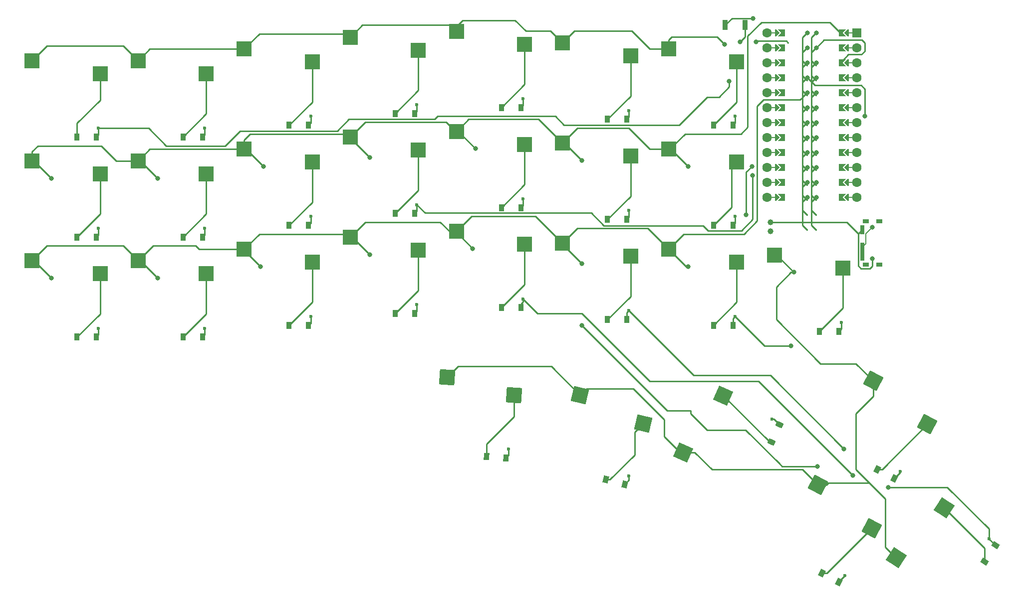
<source format=gbr>
%TF.GenerationSoftware,KiCad,Pcbnew,6.0.7*%
%TF.CreationDate,2022-09-15T23:21:11-04:00*%
%TF.ProjectId,flutter_v2_wren,666c7574-7465-4725-9f76-325f7772656e,v1.0.0*%
%TF.SameCoordinates,Original*%
%TF.FileFunction,Copper,L2,Bot*%
%TF.FilePolarity,Positive*%
%FSLAX46Y46*%
G04 Gerber Fmt 4.6, Leading zero omitted, Abs format (unit mm)*
G04 Created by KiCad (PCBNEW 6.0.7) date 2022-09-15 23:21:11*
%MOMM*%
%LPD*%
G01*
G04 APERTURE LIST*
G04 Aperture macros list*
%AMRotRect*
0 Rectangle, with rotation*
0 The origin of the aperture is its center*
0 $1 length*
0 $2 width*
0 $3 Rotation angle, in degrees counterclockwise*
0 Add horizontal line*
21,1,$1,$2,0,0,$3*%
%AMFreePoly0*
4,1,5,0.125000,-0.500000,-0.125000,-0.500000,-0.125000,0.500000,0.125000,0.500000,0.125000,-0.500000,0.125000,-0.500000,$1*%
%AMFreePoly1*
4,1,6,0.600000,-0.250000,-0.600000,-0.250000,-0.600000,1.000000,0.000000,0.400000,0.600000,1.000000,0.600000,-0.250000,0.600000,-0.250000,$1*%
%AMFreePoly2*
4,1,6,0.600000,0.200000,0.000000,-0.400000,-0.600000,0.200000,-0.600000,0.400000,0.600000,0.400000,0.600000,0.200000,0.600000,0.200000,$1*%
%AMFreePoly3*
4,1,49,0.004773,0.123721,0.009154,0.124665,0.028961,0.117240,0.062500,0.108253,0.068237,0.102516,0.075053,0.099961,0.087617,0.083136,0.108253,0.062500,0.111178,0.051584,0.117161,0.043572,0.118539,0.024114,0.125000,0.000000,0.121239,-0.014035,0.122131,-0.026629,0.113759,-0.041951,0.108253,-0.062500,0.095644,-0.075109,0.088389,-0.088388,-0.641000,-0.817776,-0.641000,-4.770224,
0.088389,-5.499612,0.109852,-5.528356,0.124665,-5.597154,0.099961,-5.663053,0.043572,-5.705161,-0.026629,-5.710131,-0.088388,-5.676389,-0.854388,-4.910388,-0.867707,-4.892552,-0.871189,-4.889530,-0.871982,-4.886826,-0.875852,-4.881644,-0.882331,-4.851549,-0.891000,-4.822000,-0.891000,-0.766000,-0.887805,-0.743969,-0.888131,-0.739371,-0.886780,-0.736898,-0.885852,-0.730498,-0.869151,-0.704632,
-0.854388,-0.677612,-0.088388,0.088389,-0.064606,0.106147,-0.062500,0.108253,-0.061385,0.108552,-0.059644,0.109852,-0.043806,0.113262,0.000000,0.125000,0.004773,0.123721,0.004773,0.123721,$1*%
G04 Aperture macros list end*
%TA.AperFunction,SMDPad,CuDef*%
%ADD10R,2.600000X2.600000*%
%TD*%
%TA.AperFunction,SMDPad,CuDef*%
%ADD11R,0.900000X1.200000*%
%TD*%
%TA.AperFunction,ComponentPad*%
%ADD12C,0.600000*%
%TD*%
%TA.AperFunction,SMDPad,CuDef*%
%ADD13RotRect,2.600000X2.600000X66.000000*%
%TD*%
%TA.AperFunction,SMDPad,CuDef*%
%ADD14RotRect,0.900000X1.200000X246.000000*%
%TD*%
%TA.AperFunction,SMDPad,CuDef*%
%ADD15RotRect,2.600000X2.600000X332.000000*%
%TD*%
%TA.AperFunction,SMDPad,CuDef*%
%ADD16RotRect,0.900000X1.200000X152.000000*%
%TD*%
%TA.AperFunction,SMDPad,CuDef*%
%ADD17RotRect,2.600000X2.600000X57.000000*%
%TD*%
%TA.AperFunction,SMDPad,CuDef*%
%ADD18RotRect,0.900000X1.200000X237.000000*%
%TD*%
%TA.AperFunction,SMDPad,CuDef*%
%ADD19RotRect,2.600000X2.600000X356.000000*%
%TD*%
%TA.AperFunction,SMDPad,CuDef*%
%ADD20RotRect,0.900000X1.200000X176.000000*%
%TD*%
%TA.AperFunction,SMDPad,CuDef*%
%ADD21RotRect,2.600000X2.600000X346.500000*%
%TD*%
%TA.AperFunction,SMDPad,CuDef*%
%ADD22RotRect,0.900000X1.200000X166.500000*%
%TD*%
%TA.AperFunction,ComponentPad*%
%ADD23C,1.600000*%
%TD*%
%TA.AperFunction,ComponentPad*%
%ADD24R,1.600000X1.600000*%
%TD*%
%TA.AperFunction,SMDPad,CuDef*%
%ADD25FreePoly0,90.000000*%
%TD*%
%TA.AperFunction,SMDPad,CuDef*%
%ADD26FreePoly1,90.000000*%
%TD*%
%TA.AperFunction,SMDPad,CuDef*%
%ADD27FreePoly2,90.000000*%
%TD*%
%TA.AperFunction,SMDPad,CuDef*%
%ADD28FreePoly0,270.000000*%
%TD*%
%TA.AperFunction,SMDPad,CuDef*%
%ADD29FreePoly2,270.000000*%
%TD*%
%TA.AperFunction,SMDPad,CuDef*%
%ADD30FreePoly1,270.000000*%
%TD*%
%TA.AperFunction,SMDPad,CuDef*%
%ADD31FreePoly3,90.000000*%
%TD*%
%TA.AperFunction,SMDPad,CuDef*%
%ADD32FreePoly3,270.000000*%
%TD*%
%TA.AperFunction,ComponentPad*%
%ADD33C,0.800000*%
%TD*%
%TA.AperFunction,SMDPad,CuDef*%
%ADD34R,0.900000X1.700000*%
%TD*%
%TA.AperFunction,SMDPad,CuDef*%
%ADD35R,0.700000X1.500000*%
%TD*%
%TA.AperFunction,SMDPad,CuDef*%
%ADD36R,1.000000X0.800000*%
%TD*%
%TA.AperFunction,ComponentPad*%
%ADD37C,1.000000*%
%TD*%
%TA.AperFunction,ViaPad*%
%ADD38C,0.800000*%
%TD*%
%TA.AperFunction,Conductor*%
%ADD39C,0.250000*%
%TD*%
%TA.AperFunction,Conductor*%
%ADD40C,0.200000*%
%TD*%
G04 APERTURE END LIST*
D10*
%TO.P,S1,1*%
%TO.N,P2*%
X-3275000Y5950000D03*
%TO.P,S1,2*%
%TO.N,D4*%
X8275000Y3750000D03*
%TD*%
D11*
%TO.P,D1,2*%
%TO.N,D4*%
X4350000Y-7000000D03*
%TO.P,D1,1*%
%TO.N,P4*%
X7650000Y-7000000D03*
%TD*%
D12*
%TO.P,REF\u002A\u002A,1*%
%TO.N,P4*%
X8000000Y-5500000D03*
%TD*%
D10*
%TO.P,S2,1*%
%TO.N,P1*%
X-3275000Y22950000D03*
%TO.P,S2,2*%
%TO.N,D3*%
X8275000Y20750000D03*
%TD*%
D11*
%TO.P,D2,2*%
%TO.N,D3*%
X4350000Y10000000D03*
%TO.P,D2,1*%
%TO.N,P4*%
X7650000Y10000000D03*
%TD*%
D12*
%TO.P,REF\u002A\u002A,1*%
%TO.N,P4*%
X8000000Y11500000D03*
%TD*%
D10*
%TO.P,S3,1*%
%TO.N,P0*%
X-3275000Y39950000D03*
%TO.P,S3,2*%
%TO.N,D2*%
X8275000Y37750000D03*
%TD*%
D11*
%TO.P,D3,2*%
%TO.N,D2*%
X4350000Y27000000D03*
%TO.P,D3,1*%
%TO.N,P4*%
X7650000Y27000000D03*
%TD*%
D12*
%TO.P,REF\u002A\u002A,1*%
%TO.N,P4*%
X8000000Y28500000D03*
%TD*%
D10*
%TO.P,S4,1*%
%TO.N,P2*%
X14725000Y5950000D03*
%TO.P,S4,2*%
%TO.N,D7*%
X26275000Y3750000D03*
%TD*%
D11*
%TO.P,D4,2*%
%TO.N,D7*%
X22350000Y-7000000D03*
%TO.P,D4,1*%
%TO.N,P5*%
X25650000Y-7000000D03*
%TD*%
D12*
%TO.P,REF\u002A\u002A,1*%
%TO.N,P5*%
X26000000Y-5500000D03*
%TD*%
D10*
%TO.P,S5,1*%
%TO.N,P1*%
X14725000Y22950000D03*
%TO.P,S5,2*%
%TO.N,D6*%
X26275000Y20750000D03*
%TD*%
D11*
%TO.P,D5,2*%
%TO.N,D6*%
X22350000Y10000000D03*
%TO.P,D5,1*%
%TO.N,P5*%
X25650000Y10000000D03*
%TD*%
D12*
%TO.P,REF\u002A\u002A,1*%
%TO.N,P5*%
X26000000Y11500000D03*
%TD*%
D10*
%TO.P,S6,1*%
%TO.N,P0*%
X14725000Y39950000D03*
%TO.P,S6,2*%
%TO.N,D5*%
X26275000Y37750000D03*
%TD*%
D11*
%TO.P,D6,2*%
%TO.N,D5*%
X22350000Y27000000D03*
%TO.P,D6,1*%
%TO.N,P5*%
X25650000Y27000000D03*
%TD*%
D12*
%TO.P,REF\u002A\u002A,1*%
%TO.N,P5*%
X26000000Y28500000D03*
%TD*%
D10*
%TO.P,S7,1*%
%TO.N,P2*%
X32725000Y7950000D03*
%TO.P,S7,2*%
%TO.N,D10*%
X44275000Y5750000D03*
%TD*%
D11*
%TO.P,D7,2*%
%TO.N,D10*%
X40350000Y-5000000D03*
%TO.P,D7,1*%
%TO.N,P6*%
X43650000Y-5000000D03*
%TD*%
D12*
%TO.P,REF\u002A\u002A,1*%
%TO.N,P6*%
X44000000Y-3500000D03*
%TD*%
D10*
%TO.P,S8,1*%
%TO.N,P1*%
X32725000Y24950000D03*
%TO.P,S8,2*%
%TO.N,D9*%
X44275000Y22750000D03*
%TD*%
D11*
%TO.P,D8,2*%
%TO.N,D9*%
X40350000Y12000000D03*
%TO.P,D8,1*%
%TO.N,P6*%
X43650000Y12000000D03*
%TD*%
D12*
%TO.P,REF\u002A\u002A,1*%
%TO.N,P6*%
X44000000Y13500000D03*
%TD*%
D10*
%TO.P,S9,1*%
%TO.N,P0*%
X32725000Y41950000D03*
%TO.P,S9,2*%
%TO.N,D8*%
X44275000Y39750000D03*
%TD*%
D11*
%TO.P,D9,2*%
%TO.N,D8*%
X40350000Y29000000D03*
%TO.P,D9,1*%
%TO.N,P6*%
X43650000Y29000000D03*
%TD*%
D12*
%TO.P,REF\u002A\u002A,1*%
%TO.N,P6*%
X44000000Y30500000D03*
%TD*%
D10*
%TO.P,S10,1*%
%TO.N,P2*%
X50725000Y9950000D03*
%TO.P,S10,2*%
%TO.N,D13*%
X62275000Y7750000D03*
%TD*%
D11*
%TO.P,D10,2*%
%TO.N,D13*%
X58350000Y-3000000D03*
%TO.P,D10,1*%
%TO.N,P7*%
X61650000Y-3000000D03*
%TD*%
D12*
%TO.P,REF\u002A\u002A,1*%
%TO.N,P7*%
X62000000Y-1500000D03*
%TD*%
D10*
%TO.P,S11,1*%
%TO.N,P1*%
X50725000Y26950000D03*
%TO.P,S11,2*%
%TO.N,D12*%
X62275000Y24750000D03*
%TD*%
D11*
%TO.P,D11,2*%
%TO.N,D12*%
X58350000Y14000000D03*
%TO.P,D11,1*%
%TO.N,P7*%
X61650000Y14000000D03*
%TD*%
D12*
%TO.P,REF\u002A\u002A,1*%
%TO.N,P7*%
X62000000Y15500000D03*
%TD*%
D10*
%TO.P,S12,1*%
%TO.N,P0*%
X50725000Y43950000D03*
%TO.P,S12,2*%
%TO.N,D11*%
X62275000Y41750000D03*
%TD*%
D11*
%TO.P,D12,2*%
%TO.N,D11*%
X58350000Y31000000D03*
%TO.P,D12,1*%
%TO.N,P7*%
X61650000Y31000000D03*
%TD*%
D12*
%TO.P,REF\u002A\u002A,1*%
%TO.N,P7*%
X62000000Y32500000D03*
%TD*%
D10*
%TO.P,S13,1*%
%TO.N,P2*%
X68725000Y10950000D03*
%TO.P,S13,2*%
%TO.N,D16*%
X80275000Y8750000D03*
%TD*%
D11*
%TO.P,D13,2*%
%TO.N,D16*%
X76350000Y-2000000D03*
%TO.P,D13,1*%
%TO.N,P8*%
X79650000Y-2000000D03*
%TD*%
D12*
%TO.P,REF\u002A\u002A,1*%
%TO.N,P8*%
X80000000Y-500000D03*
%TD*%
D10*
%TO.P,S14,1*%
%TO.N,P1*%
X68725000Y27950000D03*
%TO.P,S14,2*%
%TO.N,D15*%
X80275000Y25750000D03*
%TD*%
D11*
%TO.P,D14,2*%
%TO.N,D15*%
X76350000Y15000000D03*
%TO.P,D14,1*%
%TO.N,P8*%
X79650000Y15000000D03*
%TD*%
D12*
%TO.P,REF\u002A\u002A,1*%
%TO.N,P8*%
X80000000Y16500000D03*
%TD*%
D10*
%TO.P,S15,1*%
%TO.N,P0*%
X68725000Y44950000D03*
%TO.P,S15,2*%
%TO.N,D14*%
X80275000Y42750000D03*
%TD*%
D11*
%TO.P,D15,2*%
%TO.N,D14*%
X76350000Y32000000D03*
%TO.P,D15,1*%
%TO.N,P8*%
X79650000Y32000000D03*
%TD*%
D12*
%TO.P,REF\u002A\u002A,1*%
%TO.N,P8*%
X80000000Y33500000D03*
%TD*%
D10*
%TO.P,S16,1*%
%TO.N,P2*%
X86725000Y8950000D03*
%TO.P,S16,2*%
%TO.N,D19*%
X98275000Y6750000D03*
%TD*%
D11*
%TO.P,D16,2*%
%TO.N,D19*%
X94350000Y-4000000D03*
%TO.P,D16,1*%
%TO.N,P9*%
X97650000Y-4000000D03*
%TD*%
D12*
%TO.P,REF\u002A\u002A,1*%
%TO.N,P9*%
X98000000Y-2500000D03*
%TD*%
D10*
%TO.P,S17,1*%
%TO.N,P1*%
X86725000Y25950000D03*
%TO.P,S17,2*%
%TO.N,D18*%
X98275000Y23750000D03*
%TD*%
D11*
%TO.P,D17,2*%
%TO.N,D18*%
X94350000Y13000000D03*
%TO.P,D17,1*%
%TO.N,P9*%
X97650000Y13000000D03*
%TD*%
D12*
%TO.P,REF\u002A\u002A,1*%
%TO.N,P9*%
X98000000Y14500000D03*
%TD*%
D10*
%TO.P,S18,1*%
%TO.N,P0*%
X86725000Y42950000D03*
%TO.P,S18,2*%
%TO.N,D17*%
X98275000Y40750000D03*
%TD*%
D11*
%TO.P,D18,2*%
%TO.N,D17*%
X94350000Y30000000D03*
%TO.P,D18,1*%
%TO.N,P9*%
X97650000Y30000000D03*
%TD*%
D12*
%TO.P,REF\u002A\u002A,1*%
%TO.N,P9*%
X98000000Y31500000D03*
%TD*%
D10*
%TO.P,S19,1*%
%TO.N,P2*%
X104725000Y7950000D03*
%TO.P,S19,2*%
%TO.N,D22*%
X116275000Y5750000D03*
%TD*%
D11*
%TO.P,D19,2*%
%TO.N,D22*%
X112350000Y-5000000D03*
%TO.P,D19,1*%
%TO.N,P10*%
X115650000Y-5000000D03*
%TD*%
D12*
%TO.P,REF\u002A\u002A,1*%
%TO.N,P10*%
X116000000Y-3500000D03*
%TD*%
D10*
%TO.P,S20,1*%
%TO.N,P1*%
X104725000Y24950000D03*
%TO.P,S20,2*%
%TO.N,D21*%
X116275000Y22750000D03*
%TD*%
D11*
%TO.P,D20,2*%
%TO.N,D21*%
X112350000Y12000000D03*
%TO.P,D20,1*%
%TO.N,P10*%
X115650000Y12000000D03*
%TD*%
D12*
%TO.P,REF\u002A\u002A,1*%
%TO.N,P10*%
X116000000Y13500000D03*
%TD*%
D10*
%TO.P,S21,1*%
%TO.N,P0*%
X104725000Y41950000D03*
%TO.P,S21,2*%
%TO.N,D20*%
X116275000Y39750000D03*
%TD*%
D11*
%TO.P,D21,2*%
%TO.N,D20*%
X112350000Y29000000D03*
%TO.P,D21,1*%
%TO.N,P10*%
X115650000Y29000000D03*
%TD*%
D12*
%TO.P,REF\u002A\u002A,1*%
%TO.N,P10*%
X116000000Y30500000D03*
%TD*%
D13*
%TO.P,S22,1*%
%TO.N,P3*%
X107232342Y-26571778D03*
%TO.P,S22,2*%
%TO.N,D23*%
X113939950Y-16915149D03*
%TD*%
D14*
%TO.P,D22,2*%
%TO.N,D23*%
X122164123Y-24873234D03*
%TO.P,D22,1*%
%TO.N,P6*%
X123506353Y-21858534D03*
%TD*%
D12*
%TO.P,REF\u002A\u002A,1*%
%TO.N,P6*%
X122278393Y-20928688D03*
%TD*%
D15*
%TO.P,S23,1*%
%TO.N,P3*%
X130057581Y-32094111D03*
%TO.P,S23,2*%
%TO.N,D25*%
X139222789Y-39458993D03*
%TD*%
D16*
%TO.P,D23,2*%
%TO.N,D25*%
X130710399Y-47108004D03*
%TO.P,D23,1*%
%TO.N,P7*%
X133624127Y-48657260D03*
%TD*%
D12*
%TO.P,REF\u002A\u002A,1*%
%TO.N,P7*%
X134637366Y-47497153D03*
%TD*%
D15*
%TO.P,S24,1*%
%TO.N,P3*%
X139447012Y-14435159D03*
%TO.P,S24,2*%
%TO.N,D24*%
X148612220Y-21800041D03*
%TD*%
D16*
%TO.P,D24,2*%
%TO.N,D24*%
X140099831Y-29449052D03*
%TO.P,D24,1*%
%TO.N,P8*%
X143013559Y-30998308D03*
%TD*%
D12*
%TO.P,REF\u002A\u002A,1*%
%TO.N,P8*%
X144026797Y-29838202D03*
%TD*%
D17*
%TO.P,S25,1*%
%TO.N,P3*%
X143360408Y-44483590D03*
%TO.P,S25,2*%
%TO.N,D26*%
X151496064Y-35995151D03*
%TD*%
D18*
%TO.P,D25,2*%
%TO.N,D26*%
X158374065Y-45141802D03*
%TO.P,D25,1*%
%TO.N,P9*%
X160171373Y-42374190D03*
%TD*%
D12*
%TO.P,REF\u002A\u002A,1*%
%TO.N,P9*%
X159103991Y-41263696D03*
%TD*%
D10*
%TO.P,S26,1*%
%TO.N,P3*%
X122725000Y6950000D03*
%TO.P,S26,2*%
%TO.N,D27*%
X134275000Y4750000D03*
%TD*%
D11*
%TO.P,D26,2*%
%TO.N,D27*%
X130350000Y-6000000D03*
%TO.P,D26,1*%
%TO.N,P10*%
X133650000Y-6000000D03*
%TD*%
D12*
%TO.P,REF\u002A\u002A,1*%
%TO.N,P10*%
X134000000Y-4500000D03*
%TD*%
D19*
%TO.P,S27,1*%
%TO.N,P3*%
X67148029Y-13836041D03*
%TO.P,S27,2*%
%TO.N,D28*%
X78516429Y-16836370D03*
%TD*%
D20*
%TO.P,D27,2*%
%TO.N,D28*%
X73851108Y-27286389D03*
%TO.P,D27,1*%
%TO.N,P4*%
X77143070Y-27516585D03*
%TD*%
D12*
%TO.P,REF\u002A\u002A,1*%
%TO.N,P4*%
X77596852Y-26044654D03*
%TD*%
D21*
%TO.P,S28,1*%
%TO.N,P3*%
X89704488Y-16849865D03*
%TO.P,S28,2*%
%TO.N,D29*%
X100421781Y-21685373D03*
%TD*%
D22*
%TO.P,D28,2*%
%TO.N,D29*%
X94095692Y-31222077D03*
%TO.P,D28,1*%
%TO.N,P5*%
X97304512Y-31992447D03*
%TD*%
D12*
%TO.P,REF\u002A\u002A,1*%
%TO.N,P5*%
X97995010Y-30615598D03*
%TD*%
D23*
%TO.P,MCU1,*%
%TO.N,*%
X121380000Y44720000D03*
X121380000Y42180000D03*
X121380000Y39640000D03*
X121380000Y37100000D03*
X121380000Y34560000D03*
X121380000Y32020000D03*
X121380000Y29480000D03*
X121380000Y26940000D03*
X121380000Y24400000D03*
X121380000Y21860000D03*
X121380000Y19320000D03*
X121380000Y16780000D03*
X136620000Y16780000D03*
X136620000Y19320000D03*
X136620000Y21860000D03*
X136620000Y24400000D03*
X136620000Y26940000D03*
X136620000Y29480000D03*
X136620000Y32020000D03*
X136620000Y34560000D03*
X136620000Y37100000D03*
X136620000Y39640000D03*
X136620000Y42180000D03*
X136620000Y44720000D03*
D24*
X136620000Y44720000D03*
D25*
X122650000Y44720000D03*
D26*
%TO.P,MCU1,1*%
%TO.N,RAW*%
X124174000Y44720000D03*
D27*
%TO.P,MCU1,*%
%TO.N,*%
X123158000Y44720000D03*
D25*
X122650000Y42180000D03*
D27*
X123158000Y42180000D03*
D26*
%TO.P,MCU1,2*%
%TO.N,N/C*%
X124174000Y42180000D03*
D25*
%TO.P,MCU1,*%
%TO.N,*%
X122650000Y39640000D03*
D27*
X123158000Y39640000D03*
D26*
%TO.P,MCU1,3*%
%TO.N,RST*%
X124174000Y39640000D03*
D25*
%TO.P,MCU1,*%
%TO.N,*%
X122650000Y37100000D03*
D27*
X123158000Y37100000D03*
D26*
%TO.P,MCU1,4*%
%TO.N,VCC*%
X124174000Y37100000D03*
D25*
%TO.P,MCU1,*%
%TO.N,*%
X122650000Y34560000D03*
D27*
X123158000Y34560000D03*
D26*
%TO.P,MCU1,5*%
%TO.N,P21*%
X124174000Y34560000D03*
D25*
%TO.P,MCU1,*%
%TO.N,*%
X122650000Y32020000D03*
D27*
X123158000Y32020000D03*
D26*
%TO.P,MCU1,6*%
%TO.N,P20*%
X124174000Y32020000D03*
D25*
%TO.P,MCU1,*%
%TO.N,*%
X122650000Y29480000D03*
D27*
X123158000Y29480000D03*
D26*
%TO.P,MCU1,7*%
%TO.N,P19*%
X124174000Y29480000D03*
D25*
%TO.P,MCU1,*%
%TO.N,*%
X122650000Y26940000D03*
D27*
X123158000Y26940000D03*
D26*
%TO.P,MCU1,8*%
%TO.N,P18*%
X124174000Y26940000D03*
D25*
%TO.P,MCU1,*%
%TO.N,*%
X122650000Y24400000D03*
D27*
X123158000Y24400000D03*
D26*
%TO.P,MCU1,9*%
%TO.N,P15*%
X124174000Y24400000D03*
D25*
%TO.P,MCU1,*%
%TO.N,*%
X122650000Y21860000D03*
D27*
X123158000Y21860000D03*
D26*
%TO.P,MCU1,10*%
%TO.N,P14*%
X124174000Y21860000D03*
D25*
%TO.P,MCU1,*%
%TO.N,*%
X122650000Y19320000D03*
D27*
X123158000Y19320000D03*
D26*
%TO.P,MCU1,11*%
%TO.N,P16*%
X124174000Y19320000D03*
D25*
%TO.P,MCU1,*%
%TO.N,*%
X122650000Y16780000D03*
D27*
X123158000Y16780000D03*
D26*
%TO.P,MCU1,12*%
%TO.N,P10*%
X124174000Y16780000D03*
D28*
%TO.P,MCU1,*%
%TO.N,*%
X135350000Y44720000D03*
D29*
X134842000Y44720000D03*
D30*
%TO.P,MCU1,24*%
%TO.N,P1*%
X133826000Y44720000D03*
%TO.P,MCU1,23*%
%TO.N,P0*%
X133826000Y42180000D03*
D28*
%TO.P,MCU1,*%
%TO.N,*%
X135350000Y42180000D03*
D29*
X134842000Y42180000D03*
D30*
%TO.P,MCU1,22*%
%TO.N,GND*%
X133826000Y39640000D03*
D28*
%TO.P,MCU1,*%
%TO.N,*%
X135350000Y39640000D03*
D29*
X134842000Y39640000D03*
D30*
%TO.P,MCU1,21*%
%TO.N,GND*%
X133826000Y37100000D03*
D28*
%TO.P,MCU1,*%
%TO.N,*%
X135350000Y37100000D03*
D29*
X134842000Y37100000D03*
D30*
%TO.P,MCU1,20*%
%TO.N,P2*%
X133826000Y34560000D03*
D28*
%TO.P,MCU1,*%
%TO.N,*%
X135350000Y34560000D03*
D29*
X134842000Y34560000D03*
D30*
%TO.P,MCU1,19*%
%TO.N,P3*%
X133826000Y32020000D03*
D28*
%TO.P,MCU1,*%
%TO.N,*%
X135350000Y32020000D03*
D29*
X134842000Y32020000D03*
D30*
%TO.P,MCU1,18*%
%TO.N,P4*%
X133826000Y29480000D03*
D28*
%TO.P,MCU1,*%
%TO.N,*%
X135350000Y29480000D03*
D29*
X134842000Y29480000D03*
D30*
%TO.P,MCU1,17*%
%TO.N,P5*%
X133826000Y26940000D03*
D28*
%TO.P,MCU1,*%
%TO.N,*%
X135350000Y26940000D03*
D29*
X134842000Y26940000D03*
D30*
%TO.P,MCU1,16*%
%TO.N,P6*%
X133826000Y24400000D03*
D28*
%TO.P,MCU1,*%
%TO.N,*%
X135350000Y24400000D03*
D29*
X134842000Y24400000D03*
D30*
%TO.P,MCU1,15*%
%TO.N,P7*%
X133826000Y21860000D03*
D28*
%TO.P,MCU1,*%
%TO.N,*%
X135350000Y21860000D03*
D29*
X134842000Y21860000D03*
D30*
%TO.P,MCU1,14*%
%TO.N,P8*%
X133826000Y19320000D03*
D28*
%TO.P,MCU1,*%
%TO.N,*%
X135350000Y19320000D03*
D29*
X134842000Y19320000D03*
D30*
%TO.P,MCU1,13*%
%TO.N,P9*%
X133826000Y16780000D03*
D28*
%TO.P,MCU1,*%
%TO.N,*%
X135350000Y16780000D03*
D29*
X134842000Y16780000D03*
D31*
%TO.P,MCU1,23*%
%TO.N,P0*%
X128238000Y42180000D03*
D32*
%TO.P,MCU1,2*%
%TO.N,GND*%
X129762000Y42180000D03*
D33*
X129762000Y42180000D03*
%TO.P,MCU1,23*%
%TO.N,P0*%
X128238000Y42180000D03*
%TO.P,MCU1,24*%
%TO.N,P1*%
X128238000Y44720000D03*
%TO.P,MCU1,1*%
%TO.N,RAW*%
X129762000Y44720000D03*
D31*
%TO.P,MCU1,24*%
%TO.N,P1*%
X128238000Y44720000D03*
D32*
%TO.P,MCU1,1*%
%TO.N,RAW*%
X129762000Y44720000D03*
D33*
%TO.P,MCU1,22*%
%TO.N,GND*%
X128238000Y39640000D03*
%TO.P,MCU1,3*%
%TO.N,RST*%
X129762000Y39640000D03*
D31*
%TO.P,MCU1,22*%
%TO.N,GND*%
X128238000Y39640000D03*
D32*
%TO.P,MCU1,3*%
%TO.N,RST*%
X129762000Y39640000D03*
D33*
%TO.P,MCU1,21*%
%TO.N,GND*%
X128238000Y37100000D03*
%TO.P,MCU1,4*%
%TO.N,VCC*%
X129762000Y37100000D03*
D31*
%TO.P,MCU1,21*%
%TO.N,GND*%
X128238000Y37100000D03*
D32*
%TO.P,MCU1,4*%
%TO.N,VCC*%
X129762000Y37100000D03*
D33*
%TO.P,MCU1,20*%
%TO.N,P2*%
X128238000Y34560000D03*
%TO.P,MCU1,5*%
%TO.N,P21*%
X129762000Y34560000D03*
D31*
%TO.P,MCU1,20*%
%TO.N,P2*%
X128238000Y34560000D03*
D32*
%TO.P,MCU1,5*%
%TO.N,P21*%
X129762000Y34560000D03*
D33*
%TO.P,MCU1,19*%
%TO.N,P3*%
X128238000Y32020000D03*
%TO.P,MCU1,6*%
%TO.N,P20*%
X129762000Y32020000D03*
D31*
%TO.P,MCU1,19*%
%TO.N,P3*%
X128238000Y32020000D03*
D32*
%TO.P,MCU1,6*%
%TO.N,P20*%
X129762000Y32020000D03*
D33*
%TO.P,MCU1,18*%
%TO.N,P4*%
X128238000Y29480000D03*
%TO.P,MCU1,7*%
%TO.N,P19*%
X129762000Y29480000D03*
D31*
%TO.P,MCU1,18*%
%TO.N,P4*%
X128238000Y29480000D03*
D32*
%TO.P,MCU1,7*%
%TO.N,P19*%
X129762000Y29480000D03*
D33*
%TO.P,MCU1,17*%
%TO.N,P5*%
X128238000Y26940000D03*
%TO.P,MCU1,8*%
%TO.N,P18*%
X129762000Y26940000D03*
D31*
%TO.P,MCU1,17*%
%TO.N,P5*%
X128238000Y26940000D03*
D32*
%TO.P,MCU1,8*%
%TO.N,P18*%
X129762000Y26940000D03*
D33*
%TO.P,MCU1,16*%
%TO.N,P6*%
X128238000Y24400000D03*
%TO.P,MCU1,9*%
%TO.N,P15*%
X129762000Y24400000D03*
D31*
%TO.P,MCU1,16*%
%TO.N,P6*%
X128238000Y24400000D03*
D32*
%TO.P,MCU1,9*%
%TO.N,P15*%
X129762000Y24400000D03*
D33*
%TO.P,MCU1,15*%
%TO.N,P7*%
X128238000Y21860000D03*
%TO.P,MCU1,10*%
%TO.N,P14*%
X129762000Y21860000D03*
D31*
%TO.P,MCU1,15*%
%TO.N,P7*%
X128238000Y21860000D03*
D32*
%TO.P,MCU1,10*%
%TO.N,P14*%
X129762000Y21860000D03*
D33*
%TO.P,MCU1,14*%
%TO.N,P8*%
X128238000Y19320000D03*
%TO.P,MCU1,11*%
%TO.N,P16*%
X129762000Y19320000D03*
D31*
%TO.P,MCU1,14*%
%TO.N,P8*%
X128238000Y19320000D03*
D32*
%TO.P,MCU1,11*%
%TO.N,P16*%
X129762000Y19320000D03*
D33*
%TO.P,MCU1,13*%
%TO.N,P9*%
X128238000Y16780000D03*
%TO.P,MCU1,12*%
%TO.N,P10*%
X129762000Y16780000D03*
D31*
%TO.P,MCU1,13*%
%TO.N,P9*%
X128238000Y16780000D03*
D32*
%TO.P,MCU1,12*%
%TO.N,P10*%
X129762000Y16780000D03*
%TD*%
D34*
%TO.P,,1*%
%TO.N,RST*%
X114300000Y46000000D03*
%TO.P,,2*%
%TO.N,GND*%
X117700000Y46000000D03*
%TD*%
D35*
%TO.P,,1*%
%TO.N,pos*%
X137570000Y11250000D03*
%TO.P,,2*%
%TO.N,RAW*%
X137570000Y8250000D03*
%TO.P,,3*%
%TO.N,N/C*%
X137570000Y6750000D03*
D36*
%TO.P,,*%
%TO.N,*%
X140430000Y12650000D03*
X140430000Y5350000D03*
X138220000Y5350000D03*
X138220000Y12650000D03*
%TD*%
D37*
%TO.P,,1*%
%TO.N,pos*%
X122000000Y12500000D03*
%TO.P,,2*%
%TO.N,GND*%
X122000000Y11000000D03*
%TD*%
D38*
%TO.N,P10*%
X125500000Y-8500000D03*
%TO.N,P9*%
X142000000Y-32500000D03*
X134500000Y-26000000D03*
%TO.N,P8*%
X136000000Y-30500000D03*
%TO.N,P7*%
X130000000Y-29000000D03*
X90000000Y-5000000D03*
%TO.N,P6*%
X118859548Y21989442D03*
X117889465Y13778032D03*
%TO.N,GND*%
X138055890Y30555890D03*
%TO.N,P4*%
X115000000Y36500000D03*
%TO.N,GND*%
X119552125Y43187971D03*
X116889685Y43159942D03*
%TO.N,RST*%
X119053439Y47175000D03*
%TO.N,P7*%
X119000000Y20500000D03*
%TO.N,pos*%
X139306786Y6343261D03*
%TO.N,RAW*%
X139303520Y11682664D03*
%TO.N,P3*%
X126000000Y4000000D03*
%TO.N,P2*%
X108000000Y5000000D03*
X90000000Y5500000D03*
X71500000Y8000000D03*
X54000000Y7000000D03*
X35500000Y5000000D03*
X18000000Y3000000D03*
X0Y3000000D03*
%TO.N,P1*%
X108000000Y22000000D03*
X90000000Y23000000D03*
X72000000Y25000000D03*
X54000000Y23500000D03*
X36000000Y22000000D03*
X18000000Y20000000D03*
X0Y20000000D03*
%TO.N,P0*%
X114185211Y42748391D03*
%TD*%
D39*
%TO.N,P10*%
X121000000Y-8500000D02*
X125500000Y-8500000D01*
X116000000Y-3500000D02*
X121000000Y-8500000D01*
%TO.N,P9*%
X142000000Y-32500000D02*
X152000000Y-32500000D01*
X152000000Y-32500000D02*
X159103991Y-39603991D01*
X159103991Y-39603991D02*
X159103991Y-41263696D01*
X122000000Y-13500000D02*
X134500000Y-26000000D01*
X98000000Y-2500000D02*
X109000000Y-13500000D01*
X109000000Y-13500000D02*
X122000000Y-13500000D01*
%TO.N,P8*%
X120000000Y-14500000D02*
X136000000Y-30500000D01*
X117500000Y-14500000D02*
X120000000Y-14500000D01*
X90000000Y-3000000D02*
X101000000Y-14000000D01*
X80000000Y-500000D02*
X82500000Y-3000000D01*
X82500000Y-3000000D02*
X90000000Y-3000000D01*
X101000000Y-14000000D02*
X101500000Y-14500000D01*
X101500000Y-14500000D02*
X117500000Y-14500000D01*
%TO.N,P7*%
X104500000Y-19500000D02*
X108500000Y-19500000D01*
X111301691Y-22788309D02*
X117788309Y-22788309D01*
X90000000Y-5000000D02*
X104500000Y-19500000D01*
X117788309Y-22788309D02*
X123500000Y-28500000D01*
X108500000Y-19500000D02*
X108500000Y-19986618D01*
X124000000Y-29000000D02*
X130000000Y-29000000D01*
X123500000Y-28500000D02*
X124000000Y-29000000D01*
X108500000Y-19986618D02*
X111301691Y-22788309D01*
%TO.N,P6*%
X117889465Y21019359D02*
X118859548Y21989442D01*
X117889465Y13778032D02*
X117889465Y21019359D01*
%TO.N,GND*%
X138055890Y35116717D02*
X137380907Y35791700D01*
X138055890Y30555890D02*
X138055890Y35116717D01*
X137380907Y35791700D02*
X129546300Y35791700D01*
X129546300Y35791700D02*
X128238000Y37100000D01*
%TO.N,P4*%
X32000000Y28000000D02*
X29500000Y25500000D01*
X65000000Y30000000D02*
X50500000Y30000000D01*
X48500000Y28000000D02*
X32000000Y28000000D01*
X50500000Y30000000D02*
X48500000Y28000000D01*
X65500000Y30500000D02*
X65000000Y30000000D01*
X85500000Y30500000D02*
X65500000Y30500000D01*
X19500000Y25500000D02*
X16500000Y28500000D01*
X87000000Y29000000D02*
X85500000Y30500000D01*
X106500000Y29000000D02*
X87000000Y29000000D01*
X111258530Y33758530D02*
X106500000Y29000000D01*
X29500000Y25500000D02*
X19500000Y25500000D01*
X113258530Y33758530D02*
X111258530Y33758530D01*
X115000000Y35500000D02*
X113258530Y33758530D01*
X16500000Y28500000D02*
X8000000Y28500000D01*
X115000000Y36500000D02*
X115000000Y35500000D01*
%TO.N,GND*%
X129762000Y42180000D02*
X131082000Y43500000D01*
X131082000Y43500000D02*
X137500000Y43500000D01*
X137500000Y43500000D02*
X138000000Y43000000D01*
X138000000Y43000000D02*
X138000000Y41560331D01*
X135186000Y41000000D02*
X133826000Y39640000D01*
X138000000Y41560331D02*
X137439669Y41000000D01*
X137439669Y41000000D02*
X135186000Y41000000D01*
X119552125Y43187971D02*
X119669154Y43305000D01*
X119669154Y43305000D02*
X124695000Y43305000D01*
X124695000Y43305000D02*
X125000000Y43000000D01*
%TO.N,P1*%
X104725000Y24950000D02*
X104950000Y24950000D01*
X104950000Y24950000D02*
X107500000Y27500000D01*
X107500000Y27500000D02*
X117000000Y27500000D01*
X118150000Y28650000D02*
X118150000Y44150000D01*
X118150000Y44150000D02*
X120500000Y46500000D01*
X117000000Y27500000D02*
X118150000Y28650000D01*
X132046000Y46500000D02*
X133826000Y44720000D01*
X120500000Y46500000D02*
X132046000Y46500000D01*
%TO.N,GND*%
X117700000Y46000000D02*
X117700000Y43970257D01*
X117700000Y43970257D02*
X116889685Y43159942D01*
%TO.N,P0*%
X114185211Y42748391D02*
X112933602Y44000000D01*
X112933602Y44000000D02*
X105225000Y44000000D01*
X105225000Y44000000D02*
X104725000Y43500000D01*
X104725000Y43500000D02*
X104725000Y41950000D01*
%TO.N,RST*%
X119053439Y47175000D02*
X119103255Y47125184D01*
X115475000Y47175000D02*
X119053439Y47175000D01*
X114300000Y46000000D02*
X115475000Y47175000D01*
%TO.N,P7*%
X119000000Y20500000D02*
X119000000Y13000000D01*
X119000000Y13000000D02*
X117075000Y11075000D01*
X63425000Y14075000D02*
X62000000Y15500000D01*
X117075000Y11075000D02*
X111425000Y11075000D01*
X111425000Y11075000D02*
X110550000Y11950000D01*
X110550000Y11950000D02*
X93700000Y11950000D01*
X93700000Y11950000D02*
X91575000Y14075000D01*
X91575000Y14075000D02*
X63425000Y14075000D01*
%TO.N,P3*%
X126000000Y4000000D02*
X125500000Y4000000D01*
X123000000Y1500000D02*
X123000000Y-4000000D01*
X125500000Y4000000D02*
X123000000Y1500000D01*
X123000000Y-4000000D02*
X130500000Y-11500000D01*
X130500000Y-11500000D02*
X136511853Y-11500000D01*
X136511853Y-11500000D02*
X139447012Y-14435159D01*
X138756630Y-31756630D02*
X136500000Y-29500000D01*
X136500000Y-29500000D02*
X136500000Y-20000000D01*
X136500000Y-20000000D02*
X139447012Y-17052988D01*
X139447012Y-17052988D02*
X139447012Y-14435159D01*
X138756630Y-31756630D02*
X141500000Y-34500000D01*
X131867403Y-31756630D02*
X138756630Y-31756630D01*
X131529922Y-32094111D02*
X131867403Y-31756630D01*
X130057581Y-32094111D02*
X131529922Y-32094111D01*
X141500000Y-34500000D02*
X141500000Y-42689039D01*
X141500000Y-42689039D02*
X143327479Y-44516518D01*
X107232342Y-26571778D02*
X109147572Y-26571778D01*
X109147572Y-26571778D02*
X112075794Y-29500000D01*
X112075794Y-29500000D02*
X127463470Y-29500000D01*
X127463470Y-29500000D02*
X130057581Y-32094111D01*
X89704488Y-16849865D02*
X90814955Y-15739398D01*
X104000000Y-21000000D02*
X104000000Y-23919718D01*
X90814955Y-15739398D02*
X98739398Y-15739398D01*
X98739398Y-15739398D02*
X104000000Y-21000000D01*
X104000000Y-23919718D02*
X106652060Y-26571778D01*
X106652060Y-26571778D02*
X107232342Y-26571778D01*
X67148029Y-13836041D02*
X68984070Y-12000000D01*
X68984070Y-12000000D02*
X84854623Y-12000000D01*
X84854623Y-12000000D02*
X89704488Y-16849865D01*
%TO.N,P4*%
X8000000Y28500000D02*
X8000000Y27350000D01*
X8000000Y27350000D02*
X7650000Y27000000D01*
%TO.N,P5*%
X26000000Y28500000D02*
X26000000Y27350000D01*
X26000000Y27350000D02*
X25650000Y27000000D01*
%TO.N,P6*%
X44000000Y30500000D02*
X44000000Y29350000D01*
X44000000Y29350000D02*
X43650000Y29000000D01*
%TO.N,P7*%
X62000000Y32500000D02*
X62000000Y31350000D01*
X62000000Y31350000D02*
X61650000Y31000000D01*
%TO.N,P8*%
X80000000Y33500000D02*
X80000000Y32350000D01*
X80000000Y32350000D02*
X79650000Y32000000D01*
%TO.N,P9*%
X98000000Y31500000D02*
X98000000Y30350000D01*
X98000000Y30350000D02*
X97650000Y30000000D01*
%TO.N,P10*%
X116000000Y30500000D02*
X116000000Y29350000D01*
X116000000Y29350000D02*
X115650000Y29000000D01*
X116000000Y13500000D02*
X116000000Y12350000D01*
X116000000Y12350000D02*
X115650000Y12000000D01*
%TO.N,P9*%
X98000000Y14500000D02*
X98000000Y13350000D01*
X98000000Y13350000D02*
X97650000Y13000000D01*
%TO.N,P8*%
X80000000Y16500000D02*
X80000000Y15350000D01*
X80000000Y15350000D02*
X79650000Y15000000D01*
%TO.N,P7*%
X62000000Y15500000D02*
X62000000Y14350000D01*
X62000000Y14350000D02*
X61650000Y14000000D01*
%TO.N,P6*%
X44000000Y13500000D02*
X44000000Y12350000D01*
X44000000Y12350000D02*
X43650000Y12000000D01*
%TO.N,P5*%
X26000000Y11500000D02*
X26000000Y10350000D01*
X26000000Y10350000D02*
X25650000Y10000000D01*
%TO.N,P4*%
X8000000Y11500000D02*
X8000000Y10350000D01*
X8000000Y10350000D02*
X7650000Y10000000D01*
X8000000Y-5500000D02*
X8000000Y-6650000D01*
X8000000Y-6650000D02*
X7650000Y-7000000D01*
%TO.N,P5*%
X26000000Y-5500000D02*
X26000000Y-6650000D01*
X26000000Y-6650000D02*
X25650000Y-7000000D01*
%TO.N,P6*%
X44000000Y-3500000D02*
X44000000Y-4650000D01*
X44000000Y-4650000D02*
X43650000Y-5000000D01*
%TO.N,P7*%
X62000000Y-1500000D02*
X62000000Y-2650000D01*
X62000000Y-2650000D02*
X61650000Y-3000000D01*
%TO.N,P8*%
X79650000Y-1350000D02*
X80000000Y-1000000D01*
X79650000Y-2000000D02*
X79650000Y-1350000D01*
X80000000Y-1000000D02*
X80000000Y-500000D01*
%TO.N,P9*%
X97650000Y-4000000D02*
X97650000Y-2850000D01*
X97650000Y-2850000D02*
X98000000Y-2500000D01*
%TO.N,P10*%
X115650000Y-5000000D02*
X115650000Y-3850000D01*
X115650000Y-3850000D02*
X116000000Y-3500000D01*
X134000000Y-4500000D02*
X134000000Y-5650000D01*
X134000000Y-5650000D02*
X133650000Y-6000000D01*
%TO.N,D24*%
X140099831Y-29449052D02*
X140963209Y-29449052D01*
X140963209Y-29449052D02*
X148612220Y-21800041D01*
%TO.N,P8*%
X144026797Y-29838202D02*
X144026797Y-29985070D01*
X144026797Y-29985070D02*
X143013559Y-30998308D01*
%TO.N,D26*%
X158374065Y-45141802D02*
X158374065Y-42873152D01*
X158374065Y-42873152D02*
X151496064Y-35995151D01*
%TO.N,P9*%
X159103991Y-41263696D02*
X159103991Y-41306808D01*
X159103991Y-41306808D02*
X160171373Y-42374190D01*
%TO.N,D25*%
X130710399Y-47108004D02*
X131573778Y-47108004D01*
X131573778Y-47108004D02*
X139222789Y-39458993D01*
%TO.N,P7*%
X133624127Y-48657260D02*
X133624127Y-48510392D01*
X133624127Y-48510392D02*
X134637366Y-47497153D01*
%TO.N,D23*%
X113939950Y-16915149D02*
X121898035Y-24873234D01*
X121898035Y-24873234D02*
X122164123Y-24873234D01*
%TO.N,P6*%
X122278393Y-20928688D02*
X122576507Y-20928688D01*
X122576507Y-20928688D02*
X123506353Y-21858534D01*
%TO.N,D29*%
X94777923Y-31222077D02*
X99000000Y-27000000D01*
X94095692Y-31222077D02*
X94777923Y-31222077D01*
X99000000Y-23107154D02*
X100421781Y-21685373D01*
X99000000Y-27000000D02*
X99000000Y-23107154D01*
%TO.N,P5*%
X97995010Y-30615598D02*
X97995010Y-31301949D01*
X97995010Y-31301949D02*
X97304512Y-31992447D01*
%TO.N,D28*%
X73851108Y-27286389D02*
X73851108Y-25148892D01*
X73851108Y-25148892D02*
X78516429Y-20483571D01*
X78516429Y-20483571D02*
X78516429Y-16836370D01*
%TO.N,P4*%
X77596852Y-26044654D02*
X77596852Y-27062803D01*
X77596852Y-27062803D02*
X77143070Y-27516585D01*
%TO.N,pos*%
X122000000Y12500000D02*
X134970000Y12500000D01*
X134970000Y12500000D02*
X136895000Y10575000D01*
X139306786Y6343261D02*
X139310201Y6339846D01*
X139310201Y6339846D02*
X139310201Y5070023D01*
X138865178Y4625000D02*
X137375000Y4625000D01*
X139310201Y5070023D02*
X138865178Y4625000D01*
X137375000Y4625000D02*
X136895000Y5105000D01*
X136895000Y5105000D02*
X136895000Y10575000D01*
X136895000Y10575000D02*
X137570000Y11250000D01*
D40*
%TO.N,RAW*%
X139303520Y11682664D02*
X138220000Y10599144D01*
X138220000Y10599144D02*
X138220000Y8900000D01*
X138220000Y8900000D02*
X137570000Y8250000D01*
D39*
%TO.N,P3*%
X126000000Y4000000D02*
X123050000Y6950000D01*
X123050000Y6950000D02*
X122725000Y6950000D01*
%TO.N,P2*%
X107675000Y5000000D02*
X108000000Y5000000D01*
X104725000Y7950000D02*
X107675000Y5000000D01*
X90000000Y5500000D02*
X86725000Y8775000D01*
X86725000Y8775000D02*
X86725000Y8950000D01*
X68725000Y10775000D02*
X71500000Y8000000D01*
X68725000Y10950000D02*
X68725000Y10775000D01*
X54000000Y7000000D02*
X51050000Y9950000D01*
X51050000Y9950000D02*
X50725000Y9950000D01*
X32725000Y7775000D02*
X35500000Y5000000D01*
X32725000Y7950000D02*
X32725000Y7775000D01*
X18000000Y3000000D02*
X15050000Y5950000D01*
X15050000Y5950000D02*
X14725000Y5950000D01*
X-2950000Y5950000D02*
X0Y3000000D01*
X-3275000Y5950000D02*
X-2950000Y5950000D01*
%TO.N,P1*%
X105050000Y24950000D02*
X108000000Y22000000D01*
X104725000Y24950000D02*
X105050000Y24950000D01*
X90000000Y23000000D02*
X87050000Y25950000D01*
X87050000Y25950000D02*
X86725000Y25950000D01*
X69050000Y27950000D02*
X72000000Y25000000D01*
X68725000Y27950000D02*
X69050000Y27950000D01*
X14725000Y22950000D02*
X16725000Y24950000D01*
X16725000Y24950000D02*
X32725000Y24950000D01*
X50725000Y26775000D02*
X54000000Y23500000D01*
X50725000Y26950000D02*
X50725000Y26775000D01*
X36000000Y22000000D02*
X33050000Y24950000D01*
X33050000Y24950000D02*
X32725000Y24950000D01*
X15050000Y22950000D02*
X18000000Y20000000D01*
X14725000Y22950000D02*
X15050000Y22950000D01*
X0Y20000000D02*
X-2950000Y22950000D01*
X-2950000Y22950000D02*
X-3275000Y22950000D01*
%TO.N,P2*%
X104725000Y7950000D02*
X107275000Y10500000D01*
X117500000Y10500000D02*
X119752179Y12752179D01*
X120831284Y33344223D02*
X127022223Y33344223D01*
X107275000Y10500000D02*
X117500000Y10500000D01*
X119752179Y12752179D02*
X119752179Y32265118D01*
X119752179Y32265118D02*
X120831284Y33344223D01*
X127022223Y33344223D02*
X128238000Y34560000D01*
X86725000Y8950000D02*
X89275000Y11500000D01*
X89275000Y11500000D02*
X101175000Y11500000D01*
X101175000Y11500000D02*
X104725000Y7950000D01*
X68725000Y10950000D02*
X71275000Y13500000D01*
X71275000Y13500000D02*
X82175000Y13500000D01*
X82175000Y13500000D02*
X86725000Y8950000D01*
X50725000Y9950000D02*
X53275000Y12500000D01*
X53275000Y12500000D02*
X66000000Y12500000D01*
X66000000Y12500000D02*
X67550000Y10950000D01*
X67550000Y10950000D02*
X68725000Y10950000D01*
X32725000Y7950000D02*
X35275000Y10500000D01*
X50175000Y10500000D02*
X50725000Y9950000D01*
X35275000Y10500000D02*
X50175000Y10500000D01*
X17275000Y8500000D02*
X24500000Y8500000D01*
X14725000Y5950000D02*
X17275000Y8500000D01*
X24500000Y8500000D02*
X25050000Y7950000D01*
X25050000Y7950000D02*
X32725000Y7950000D01*
X-3275000Y5950000D02*
X-725000Y8500000D01*
X-725000Y8500000D02*
X12175000Y8500000D01*
X12175000Y8500000D02*
X14725000Y5950000D01*
%TO.N,P1*%
X89275000Y28500000D02*
X98000000Y28500000D01*
X86725000Y25950000D02*
X89275000Y28500000D01*
X98000000Y28500000D02*
X101550000Y24950000D01*
X101550000Y24950000D02*
X104725000Y24950000D01*
X68725000Y27950000D02*
X70775000Y30000000D01*
X70775000Y30000000D02*
X82675000Y30000000D01*
X82675000Y30000000D02*
X86725000Y25950000D01*
X50725000Y26950000D02*
X53275000Y29500000D01*
X68550000Y27950000D02*
X68725000Y27950000D01*
X53275000Y29500000D02*
X67000000Y29500000D01*
X67000000Y29500000D02*
X68550000Y27950000D01*
X32725000Y24950000D02*
X32725000Y26500000D01*
X32725000Y26500000D02*
X33725000Y27500000D01*
X33725000Y27500000D02*
X50175000Y27500000D01*
X50175000Y27500000D02*
X50725000Y26950000D01*
X32175000Y25500000D02*
X32725000Y24950000D01*
X-2275000Y25500000D02*
X8500000Y25500000D01*
X-3275000Y24500000D02*
X-2275000Y25500000D01*
X-3275000Y22950000D02*
X-3275000Y24500000D01*
X8500000Y25500000D02*
X11050000Y22950000D01*
X11050000Y22950000D02*
X14725000Y22950000D01*
%TO.N,D27*%
X134275000Y4750000D02*
X134275000Y-2075000D01*
X134275000Y-2075000D02*
X130350000Y-6000000D01*
%TO.N,D22*%
X116275000Y5750000D02*
X116275000Y-1075000D01*
X116275000Y-1075000D02*
X112350000Y-5000000D01*
%TO.N,D19*%
X98275000Y6750000D02*
X98275000Y-75000D01*
X98275000Y-75000D02*
X94350000Y-4000000D01*
%TO.N,D16*%
X80275000Y8750000D02*
X80275000Y1925000D01*
X80275000Y1925000D02*
X76350000Y-2000000D01*
%TO.N,D13*%
X62275000Y7750000D02*
X62275000Y925000D01*
X62275000Y925000D02*
X58350000Y-3000000D01*
%TO.N,D10*%
X44275000Y5750000D02*
X44275000Y-1075000D01*
X44275000Y-1075000D02*
X40350000Y-5000000D01*
%TO.N,D7*%
X26275000Y3750000D02*
X26275000Y-3075000D01*
X26275000Y-3075000D02*
X22350000Y-7000000D01*
%TO.N,D4*%
X8275000Y3750000D02*
X8275000Y-3075000D01*
X8275000Y-3075000D02*
X4350000Y-7000000D01*
%TO.N,D3*%
X8275000Y20750000D02*
X8275000Y13925000D01*
X8275000Y13925000D02*
X4350000Y10000000D01*
%TO.N,D6*%
X26275000Y20750000D02*
X26275000Y13925000D01*
X26275000Y13925000D02*
X22350000Y10000000D01*
%TO.N,D9*%
X44275000Y22750000D02*
X44275000Y15925000D01*
X44275000Y15925000D02*
X40350000Y12000000D01*
%TO.N,D12*%
X62275000Y24750000D02*
X62275000Y17925000D01*
X62275000Y17925000D02*
X58350000Y14000000D01*
%TO.N,D15*%
X80275000Y25750000D02*
X80275000Y18925000D01*
X80275000Y18925000D02*
X76350000Y15000000D01*
%TO.N,D18*%
X98275000Y23750000D02*
X98275000Y16925000D01*
X98275000Y16925000D02*
X94350000Y13000000D01*
%TO.N,D21*%
X116275000Y22750000D02*
X115375000Y21850000D01*
X115375000Y21850000D02*
X115375000Y15025000D01*
X115375000Y15025000D02*
X112350000Y12000000D01*
%TO.N,D20*%
X116275000Y39750000D02*
X116275000Y32925000D01*
X116275000Y32925000D02*
X112350000Y29000000D01*
%TO.N,D17*%
X98275000Y40750000D02*
X98275000Y33925000D01*
X98275000Y33925000D02*
X94350000Y30000000D01*
%TO.N,D14*%
X80275000Y42750000D02*
X80275000Y35925000D01*
X80275000Y35925000D02*
X76350000Y32000000D01*
%TO.N,D11*%
X62275000Y41750000D02*
X62275000Y34925000D01*
X62275000Y34925000D02*
X58350000Y31000000D01*
%TO.N,D8*%
X44275000Y39750000D02*
X44275000Y32925000D01*
X44275000Y32925000D02*
X40350000Y29000000D01*
%TO.N,D5*%
X26275000Y37750000D02*
X26275000Y30925000D01*
X26275000Y30925000D02*
X22350000Y27000000D01*
%TO.N,P0*%
X86725000Y42950000D02*
X88775000Y45000000D01*
X88775000Y45000000D02*
X98500000Y45000000D01*
X98500000Y45000000D02*
X101550000Y41950000D01*
X101550000Y41950000D02*
X104725000Y41950000D01*
X68725000Y44950000D02*
X68725000Y45750003D01*
X80500000Y45000000D02*
X84675000Y45000000D01*
X68725000Y45750003D02*
X69799998Y46825001D01*
X69799998Y46825001D02*
X78674999Y46825001D01*
X78674999Y46825001D02*
X80500000Y45000000D01*
X84675000Y45000000D02*
X86725000Y42950000D01*
X50725000Y43950000D02*
X52775000Y46000000D01*
X52775000Y46000000D02*
X67675000Y46000000D01*
X67675000Y46000000D02*
X68725000Y44950000D01*
X32725000Y41950000D02*
X35275000Y44500000D01*
X35275000Y44500000D02*
X50175000Y44500000D01*
X50175000Y44500000D02*
X50725000Y43950000D01*
X14725000Y39950000D02*
X16725000Y41950000D01*
X16725000Y41950000D02*
X32725000Y41950000D01*
X-3275000Y39950000D02*
X-725000Y42500000D01*
X-725000Y42500000D02*
X12175000Y42500000D01*
X12175000Y42500000D02*
X14725000Y39950000D01*
%TO.N,D2*%
X8275000Y37750000D02*
X8275000Y33275000D01*
X8275000Y33275000D02*
X4350000Y29350000D01*
X4350000Y29350000D02*
X4350000Y27000000D01*
%TD*%
M02*

</source>
